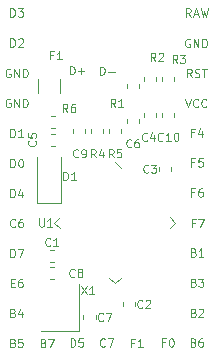
<source format=gto>
G04 #@! TF.GenerationSoftware,KiCad,Pcbnew,(5.1.6)-1*
G04 #@! TF.CreationDate,2020-10-17T23:14:51+08:00*
G04 #@! TF.ProjectId,Alvaro,416c7661-726f-42e6-9b69-6361645f7063,C*
G04 #@! TF.SameCoordinates,Original*
G04 #@! TF.FileFunction,Legend,Top*
G04 #@! TF.FilePolarity,Positive*
%FSLAX46Y46*%
G04 Gerber Fmt 4.6, Leading zero omitted, Abs format (unit mm)*
G04 Created by KiCad (PCBNEW (5.1.6)-1) date 2020-10-17 23:14:51*
%MOMM*%
%LPD*%
G01*
G04 APERTURE LIST*
%ADD10C,0.080000*%
%ADD11C,0.120000*%
G04 APERTURE END LIST*
D10*
X26883333Y-31241666D02*
X26883333Y-30541666D01*
X27050000Y-30541666D01*
X27150000Y-30575000D01*
X27216666Y-30641666D01*
X27250000Y-30708333D01*
X27283333Y-30841666D01*
X27283333Y-30941666D01*
X27250000Y-31075000D01*
X27216666Y-31141666D01*
X27150000Y-31208333D01*
X27050000Y-31241666D01*
X26883333Y-31241666D01*
X27583333Y-30975000D02*
X28116666Y-30975000D01*
X27850000Y-31241666D02*
X27850000Y-30708333D01*
X29433333Y-31266666D02*
X29433333Y-30566666D01*
X29600000Y-30566666D01*
X29700000Y-30600000D01*
X29766666Y-30666666D01*
X29800000Y-30733333D01*
X29833333Y-30866666D01*
X29833333Y-30966666D01*
X29800000Y-31100000D01*
X29766666Y-31166666D01*
X29700000Y-31233333D01*
X29600000Y-31266666D01*
X29433333Y-31266666D01*
X30133333Y-31000000D02*
X30666666Y-31000000D01*
X37416666Y-36149999D02*
X37183333Y-36149999D01*
X37183333Y-36516665D02*
X37183333Y-35816665D01*
X37516666Y-35816665D01*
X38083333Y-36049999D02*
X38083333Y-36516665D01*
X37916666Y-35783332D02*
X37750000Y-36283332D01*
X38183333Y-36283332D01*
X36641666Y-33316666D02*
X36875000Y-34016666D01*
X37108333Y-33316666D01*
X37741666Y-33950000D02*
X37708333Y-33983333D01*
X37608333Y-34016666D01*
X37541666Y-34016666D01*
X37441666Y-33983333D01*
X37375000Y-33916666D01*
X37341666Y-33850000D01*
X37308333Y-33716666D01*
X37308333Y-33616666D01*
X37341666Y-33483333D01*
X37375000Y-33416666D01*
X37441666Y-33350000D01*
X37541666Y-33316666D01*
X37608333Y-33316666D01*
X37708333Y-33350000D01*
X37741666Y-33383333D01*
X38441666Y-33950000D02*
X38408333Y-33983333D01*
X38308333Y-34016666D01*
X38241666Y-34016666D01*
X38141666Y-33983333D01*
X38075000Y-33916666D01*
X38041666Y-33850000D01*
X38008333Y-33716666D01*
X38008333Y-33616666D01*
X38041666Y-33483333D01*
X38075000Y-33416666D01*
X38141666Y-33350000D01*
X38241666Y-33316666D01*
X38308333Y-33316666D01*
X38408333Y-33350000D01*
X38441666Y-33383333D01*
X37191666Y-31466666D02*
X36958333Y-31133333D01*
X36791666Y-31466666D02*
X36791666Y-30766666D01*
X37058333Y-30766666D01*
X37125000Y-30800000D01*
X37158333Y-30833333D01*
X37191666Y-30900000D01*
X37191666Y-31000000D01*
X37158333Y-31066666D01*
X37125000Y-31100000D01*
X37058333Y-31133333D01*
X36791666Y-31133333D01*
X37458333Y-31433333D02*
X37558333Y-31466666D01*
X37725000Y-31466666D01*
X37791666Y-31433333D01*
X37825000Y-31400000D01*
X37858333Y-31333333D01*
X37858333Y-31266666D01*
X37825000Y-31200000D01*
X37791666Y-31166666D01*
X37725000Y-31133333D01*
X37591666Y-31100000D01*
X37525000Y-31066666D01*
X37491666Y-31033333D01*
X37458333Y-30966666D01*
X37458333Y-30900000D01*
X37491666Y-30833333D01*
X37525000Y-30800000D01*
X37591666Y-30766666D01*
X37758333Y-30766666D01*
X37858333Y-30800000D01*
X38058333Y-30766666D02*
X38458333Y-30766666D01*
X38258333Y-31466666D02*
X38258333Y-30766666D01*
X37416666Y-38675000D02*
X37183333Y-38675000D01*
X37183333Y-39041666D02*
X37183333Y-38341666D01*
X37516666Y-38341666D01*
X38116666Y-38341666D02*
X37783333Y-38341666D01*
X37750000Y-38675000D01*
X37783333Y-38641666D01*
X37850000Y-38608333D01*
X38016666Y-38608333D01*
X38083333Y-38641666D01*
X38116666Y-38675000D01*
X38150000Y-38741666D01*
X38150000Y-38908333D01*
X38116666Y-38975000D01*
X38083333Y-39008333D01*
X38016666Y-39041666D01*
X37850000Y-39041666D01*
X37783333Y-39008333D01*
X37750000Y-38975000D01*
X37041666Y-28275000D02*
X36975000Y-28241666D01*
X36875000Y-28241666D01*
X36775000Y-28275000D01*
X36708333Y-28341666D01*
X36675000Y-28408333D01*
X36641666Y-28541666D01*
X36641666Y-28641666D01*
X36675000Y-28775000D01*
X36708333Y-28841666D01*
X36775000Y-28908333D01*
X36875000Y-28941666D01*
X36941666Y-28941666D01*
X37041666Y-28908333D01*
X37075000Y-28875000D01*
X37075000Y-28641666D01*
X36941666Y-28641666D01*
X37375000Y-28941666D02*
X37375000Y-28241666D01*
X37775000Y-28941666D01*
X37775000Y-28241666D01*
X38108333Y-28941666D02*
X38108333Y-28241666D01*
X38275000Y-28241666D01*
X38375000Y-28275000D01*
X38441666Y-28341666D01*
X38475000Y-28408333D01*
X38508333Y-28541666D01*
X38508333Y-28641666D01*
X38475000Y-28775000D01*
X38441666Y-28841666D01*
X38375000Y-28908333D01*
X38275000Y-28941666D01*
X38108333Y-28941666D01*
X37121666Y-26341666D02*
X36888333Y-26008333D01*
X36721666Y-26341666D02*
X36721666Y-25641666D01*
X36988333Y-25641666D01*
X37055000Y-25675000D01*
X37088333Y-25708333D01*
X37121666Y-25775000D01*
X37121666Y-25875000D01*
X37088333Y-25941666D01*
X37055000Y-25975000D01*
X36988333Y-26008333D01*
X36721666Y-26008333D01*
X37388333Y-26141666D02*
X37721666Y-26141666D01*
X37321666Y-26341666D02*
X37555000Y-25641666D01*
X37788333Y-26341666D01*
X37955000Y-25641666D02*
X38121666Y-26341666D01*
X38255000Y-25841666D01*
X38388333Y-26341666D01*
X38555000Y-25641666D01*
X37441666Y-43775000D02*
X37208333Y-43775000D01*
X37208333Y-44141666D02*
X37208333Y-43441666D01*
X37541666Y-43441666D01*
X37741666Y-43441666D02*
X38208333Y-43441666D01*
X37908333Y-44141666D01*
X37366666Y-46300000D02*
X37466666Y-46333333D01*
X37500000Y-46366666D01*
X37533333Y-46433333D01*
X37533333Y-46533333D01*
X37500000Y-46600000D01*
X37466666Y-46633333D01*
X37400000Y-46666666D01*
X37133333Y-46666666D01*
X37133333Y-45966666D01*
X37366666Y-45966666D01*
X37433333Y-46000000D01*
X37466666Y-46033333D01*
X37500000Y-46100000D01*
X37500000Y-46166666D01*
X37466666Y-46233333D01*
X37433333Y-46266666D01*
X37366666Y-46300000D01*
X37133333Y-46300000D01*
X38200000Y-46666666D02*
X37800000Y-46666666D01*
X38000000Y-46666666D02*
X38000000Y-45966666D01*
X37933333Y-46066666D01*
X37866666Y-46133333D01*
X37800000Y-46166666D01*
X37341666Y-53925000D02*
X37441666Y-53958333D01*
X37475000Y-53991666D01*
X37508333Y-54058333D01*
X37508333Y-54158333D01*
X37475000Y-54225000D01*
X37441666Y-54258333D01*
X37375000Y-54291666D01*
X37108333Y-54291666D01*
X37108333Y-53591666D01*
X37341666Y-53591666D01*
X37408333Y-53625000D01*
X37441666Y-53658333D01*
X37475000Y-53725000D01*
X37475000Y-53791666D01*
X37441666Y-53858333D01*
X37408333Y-53891666D01*
X37341666Y-53925000D01*
X37108333Y-53925000D01*
X38108333Y-53591666D02*
X37975000Y-53591666D01*
X37908333Y-53625000D01*
X37875000Y-53658333D01*
X37808333Y-53758333D01*
X37775000Y-53891666D01*
X37775000Y-54158333D01*
X37808333Y-54225000D01*
X37841666Y-54258333D01*
X37908333Y-54291666D01*
X38041666Y-54291666D01*
X38108333Y-54258333D01*
X38141666Y-54225000D01*
X38175000Y-54158333D01*
X38175000Y-53991666D01*
X38141666Y-53925000D01*
X38108333Y-53891666D01*
X38041666Y-53858333D01*
X37908333Y-53858333D01*
X37841666Y-53891666D01*
X37808333Y-53925000D01*
X37775000Y-53991666D01*
X37366666Y-51400000D02*
X37466666Y-51433333D01*
X37500000Y-51466666D01*
X37533333Y-51533333D01*
X37533333Y-51633333D01*
X37500000Y-51700000D01*
X37466666Y-51733333D01*
X37400000Y-51766666D01*
X37133333Y-51766666D01*
X37133333Y-51066666D01*
X37366666Y-51066666D01*
X37433333Y-51100000D01*
X37466666Y-51133333D01*
X37500000Y-51200000D01*
X37500000Y-51266666D01*
X37466666Y-51333333D01*
X37433333Y-51366666D01*
X37366666Y-51400000D01*
X37133333Y-51400000D01*
X37800000Y-51133333D02*
X37833333Y-51100000D01*
X37900000Y-51066666D01*
X38066666Y-51066666D01*
X38133333Y-51100000D01*
X38166666Y-51133333D01*
X38200000Y-51200000D01*
X38200000Y-51266666D01*
X38166666Y-51366666D01*
X37766666Y-51766666D01*
X38200000Y-51766666D01*
X37366666Y-48850001D02*
X37466666Y-48883334D01*
X37500000Y-48916667D01*
X37533333Y-48983334D01*
X37533333Y-49083334D01*
X37500000Y-49150001D01*
X37466666Y-49183334D01*
X37400000Y-49216667D01*
X37133333Y-49216667D01*
X37133333Y-48516667D01*
X37366666Y-48516667D01*
X37433333Y-48550001D01*
X37466666Y-48583334D01*
X37500000Y-48650001D01*
X37500000Y-48716667D01*
X37466666Y-48783334D01*
X37433333Y-48816667D01*
X37366666Y-48850001D01*
X37133333Y-48850001D01*
X37766666Y-48516667D02*
X38200000Y-48516667D01*
X37966666Y-48783334D01*
X38066666Y-48783334D01*
X38133333Y-48816667D01*
X38166666Y-48850001D01*
X38200000Y-48916667D01*
X38200000Y-49083334D01*
X38166666Y-49150001D01*
X38133333Y-49183334D01*
X38066666Y-49216667D01*
X37866666Y-49216667D01*
X37800000Y-49183334D01*
X37766666Y-49150001D01*
X37416666Y-41224999D02*
X37183333Y-41224999D01*
X37183333Y-41591665D02*
X37183333Y-40891665D01*
X37516666Y-40891665D01*
X38083333Y-40891665D02*
X37950000Y-40891665D01*
X37883333Y-40924999D01*
X37850000Y-40958332D01*
X37783333Y-41058332D01*
X37750000Y-41191665D01*
X37750000Y-41458332D01*
X37783333Y-41524999D01*
X37816666Y-41558332D01*
X37883333Y-41591665D01*
X38016666Y-41591665D01*
X38083333Y-41558332D01*
X38116666Y-41524999D01*
X38150000Y-41458332D01*
X38150000Y-41291665D01*
X38116666Y-41224999D01*
X38083333Y-41191665D01*
X38016666Y-41158332D01*
X37883333Y-41158332D01*
X37816666Y-41191665D01*
X37783333Y-41224999D01*
X37750000Y-41291665D01*
X34941666Y-53925000D02*
X34708333Y-53925000D01*
X34708333Y-54291666D02*
X34708333Y-53591666D01*
X35041666Y-53591666D01*
X35441666Y-53591666D02*
X35508333Y-53591666D01*
X35575000Y-53625000D01*
X35608333Y-53658333D01*
X35641666Y-53725000D01*
X35675000Y-53858333D01*
X35675000Y-54025000D01*
X35641666Y-54158333D01*
X35608333Y-54225000D01*
X35575000Y-54258333D01*
X35508333Y-54291666D01*
X35441666Y-54291666D01*
X35375000Y-54258333D01*
X35341666Y-54225000D01*
X35308333Y-54158333D01*
X35275000Y-54025000D01*
X35275000Y-53858333D01*
X35308333Y-53725000D01*
X35341666Y-53658333D01*
X35375000Y-53625000D01*
X35441666Y-53591666D01*
X32306666Y-53950000D02*
X32073333Y-53950000D01*
X32073333Y-54316666D02*
X32073333Y-53616666D01*
X32406666Y-53616666D01*
X33040000Y-54316666D02*
X32640000Y-54316666D01*
X32840000Y-54316666D02*
X32840000Y-53616666D01*
X32773333Y-53716666D01*
X32706666Y-53783333D01*
X32640000Y-53816666D01*
X29858333Y-54225000D02*
X29825000Y-54258333D01*
X29725000Y-54291666D01*
X29658333Y-54291666D01*
X29558333Y-54258333D01*
X29491666Y-54191666D01*
X29458333Y-54125000D01*
X29425000Y-53991666D01*
X29425000Y-53891666D01*
X29458333Y-53758333D01*
X29491666Y-53691666D01*
X29558333Y-53625000D01*
X29658333Y-53591666D01*
X29725000Y-53591666D01*
X29825000Y-53625000D01*
X29858333Y-53658333D01*
X30091666Y-53591666D02*
X30558333Y-53591666D01*
X30258333Y-54291666D01*
X26943333Y-54291666D02*
X26943333Y-53591666D01*
X27110000Y-53591666D01*
X27210000Y-53625000D01*
X27276666Y-53691666D01*
X27310000Y-53758333D01*
X27343333Y-53891666D01*
X27343333Y-53991666D01*
X27310000Y-54125000D01*
X27276666Y-54191666D01*
X27210000Y-54258333D01*
X27110000Y-54291666D01*
X26943333Y-54291666D01*
X27976666Y-53591666D02*
X27643333Y-53591666D01*
X27610000Y-53925000D01*
X27643333Y-53891666D01*
X27710000Y-53858333D01*
X27876666Y-53858333D01*
X27943333Y-53891666D01*
X27976666Y-53925000D01*
X28010000Y-53991666D01*
X28010000Y-54158333D01*
X27976666Y-54225000D01*
X27943333Y-54258333D01*
X27876666Y-54291666D01*
X27710000Y-54291666D01*
X27643333Y-54258333D01*
X27610000Y-54225000D01*
X24641666Y-53950000D02*
X24741666Y-53983333D01*
X24775000Y-54016666D01*
X24808333Y-54083333D01*
X24808333Y-54183333D01*
X24775000Y-54250000D01*
X24741666Y-54283333D01*
X24675000Y-54316666D01*
X24408333Y-54316666D01*
X24408333Y-53616666D01*
X24641666Y-53616666D01*
X24708333Y-53650000D01*
X24741666Y-53683333D01*
X24775000Y-53750000D01*
X24775000Y-53816666D01*
X24741666Y-53883333D01*
X24708333Y-53916666D01*
X24641666Y-53950000D01*
X24408333Y-53950000D01*
X25041666Y-53616666D02*
X25508333Y-53616666D01*
X25208333Y-54316666D01*
X21858333Y-39091666D02*
X21858333Y-38391666D01*
X22025000Y-38391666D01*
X22125000Y-38425000D01*
X22191666Y-38491666D01*
X22225000Y-38558333D01*
X22258333Y-38691666D01*
X22258333Y-38791666D01*
X22225000Y-38925000D01*
X22191666Y-38991666D01*
X22125000Y-39058333D01*
X22025000Y-39091666D01*
X21858333Y-39091666D01*
X22691666Y-38391666D02*
X22758333Y-38391666D01*
X22825000Y-38425000D01*
X22858333Y-38458333D01*
X22891666Y-38525000D01*
X22925000Y-38658333D01*
X22925000Y-38825000D01*
X22891666Y-38958333D01*
X22858333Y-39025000D01*
X22825000Y-39058333D01*
X22758333Y-39091666D01*
X22691666Y-39091666D01*
X22625000Y-39058333D01*
X22591666Y-39025000D01*
X22558333Y-38958333D01*
X22525000Y-38825000D01*
X22525000Y-38658333D01*
X22558333Y-38525000D01*
X22591666Y-38458333D01*
X22625000Y-38425000D01*
X22691666Y-38391666D01*
X22258333Y-44100000D02*
X22225000Y-44133333D01*
X22125000Y-44166666D01*
X22058333Y-44166666D01*
X21958333Y-44133333D01*
X21891666Y-44066666D01*
X21858333Y-44000000D01*
X21825000Y-43866666D01*
X21825000Y-43766666D01*
X21858333Y-43633333D01*
X21891666Y-43566666D01*
X21958333Y-43500000D01*
X22058333Y-43466666D01*
X22125000Y-43466666D01*
X22225000Y-43500000D01*
X22258333Y-43533333D01*
X22858333Y-43466666D02*
X22725000Y-43466666D01*
X22658333Y-43500000D01*
X22625000Y-43533333D01*
X22558333Y-43633333D01*
X22525000Y-43766666D01*
X22525000Y-44033333D01*
X22558333Y-44100000D01*
X22591666Y-44133333D01*
X22658333Y-44166666D01*
X22791666Y-44166666D01*
X22858333Y-44133333D01*
X22891666Y-44100000D01*
X22925000Y-44033333D01*
X22925000Y-43866666D01*
X22891666Y-43800000D01*
X22858333Y-43766666D01*
X22791666Y-43733333D01*
X22658333Y-43733333D01*
X22591666Y-43766666D01*
X22558333Y-43800000D01*
X22525000Y-43866666D01*
X21858333Y-46716666D02*
X21858333Y-46016666D01*
X22025000Y-46016666D01*
X22125000Y-46050000D01*
X22191666Y-46116666D01*
X22225000Y-46183333D01*
X22258333Y-46316666D01*
X22258333Y-46416666D01*
X22225000Y-46550000D01*
X22191666Y-46616666D01*
X22125000Y-46683333D01*
X22025000Y-46716666D01*
X21858333Y-46716666D01*
X22491666Y-46016666D02*
X22958333Y-46016666D01*
X22658333Y-46716666D01*
X22066667Y-53949998D02*
X22166667Y-53983331D01*
X22200001Y-54016664D01*
X22233334Y-54083331D01*
X22233334Y-54183331D01*
X22200001Y-54249998D01*
X22166667Y-54283331D01*
X22100001Y-54316664D01*
X21833334Y-54316664D01*
X21833334Y-53616664D01*
X22066667Y-53616664D01*
X22133334Y-53649998D01*
X22166667Y-53683331D01*
X22200001Y-53749998D01*
X22200001Y-53816664D01*
X22166667Y-53883331D01*
X22133334Y-53916664D01*
X22066667Y-53949998D01*
X21833334Y-53949998D01*
X22866667Y-53616664D02*
X22533334Y-53616664D01*
X22500001Y-53949998D01*
X22533334Y-53916664D01*
X22600001Y-53883331D01*
X22766667Y-53883331D01*
X22833334Y-53916664D01*
X22866667Y-53949998D01*
X22900001Y-54016664D01*
X22900001Y-54183331D01*
X22866667Y-54249998D01*
X22833334Y-54283331D01*
X22766667Y-54316664D01*
X22600001Y-54316664D01*
X22533334Y-54283331D01*
X22500001Y-54249998D01*
X21891666Y-48875000D02*
X22125000Y-48875000D01*
X22225000Y-49241666D02*
X21891666Y-49241666D01*
X21891666Y-48541666D01*
X22225000Y-48541666D01*
X22825000Y-48541666D02*
X22691666Y-48541666D01*
X22625000Y-48575000D01*
X22591666Y-48608333D01*
X22525000Y-48708333D01*
X22491666Y-48841666D01*
X22491666Y-49108333D01*
X22525000Y-49175000D01*
X22558333Y-49208333D01*
X22625000Y-49241666D01*
X22758333Y-49241666D01*
X22825000Y-49208333D01*
X22858333Y-49175000D01*
X22891666Y-49108333D01*
X22891666Y-48941666D01*
X22858333Y-48875000D01*
X22825000Y-48841666D01*
X22758333Y-48808333D01*
X22625000Y-48808333D01*
X22558333Y-48841666D01*
X22525000Y-48875000D01*
X22491666Y-48941666D01*
X21858333Y-28891666D02*
X21858333Y-28191666D01*
X22025000Y-28191666D01*
X22125000Y-28225000D01*
X22191666Y-28291666D01*
X22225000Y-28358333D01*
X22258333Y-28491666D01*
X22258333Y-28591666D01*
X22225000Y-28725000D01*
X22191666Y-28791666D01*
X22125000Y-28858333D01*
X22025000Y-28891666D01*
X21858333Y-28891666D01*
X22525000Y-28258333D02*
X22558333Y-28225000D01*
X22625000Y-28191666D01*
X22791666Y-28191666D01*
X22858333Y-28225000D01*
X22891666Y-28258333D01*
X22925000Y-28325000D01*
X22925000Y-28391666D01*
X22891666Y-28491666D01*
X22491666Y-28891666D01*
X22925000Y-28891666D01*
X22091666Y-51424998D02*
X22191666Y-51458331D01*
X22225000Y-51491664D01*
X22258333Y-51558331D01*
X22258333Y-51658331D01*
X22225000Y-51724998D01*
X22191666Y-51758331D01*
X22125000Y-51791664D01*
X21858333Y-51791664D01*
X21858333Y-51091664D01*
X22091666Y-51091664D01*
X22158333Y-51124998D01*
X22191666Y-51158331D01*
X22225000Y-51224998D01*
X22225000Y-51291664D01*
X22191666Y-51358331D01*
X22158333Y-51391664D01*
X22091666Y-51424998D01*
X21858333Y-51424998D01*
X22858333Y-51324998D02*
X22858333Y-51791664D01*
X22691666Y-51058331D02*
X22525000Y-51558331D01*
X22958333Y-51558331D01*
X21858334Y-26341666D02*
X21858334Y-25641666D01*
X22025001Y-25641666D01*
X22125001Y-25675000D01*
X22191667Y-25741666D01*
X22225001Y-25808333D01*
X22258334Y-25941666D01*
X22258334Y-26041666D01*
X22225001Y-26175000D01*
X22191667Y-26241666D01*
X22125001Y-26308333D01*
X22025001Y-26341666D01*
X21858334Y-26341666D01*
X22491667Y-25641666D02*
X22925001Y-25641666D01*
X22691667Y-25908333D01*
X22791667Y-25908333D01*
X22858334Y-25941666D01*
X22891667Y-25975000D01*
X22925001Y-26041666D01*
X22925001Y-26208333D01*
X22891667Y-26275000D01*
X22858334Y-26308333D01*
X22791667Y-26341666D01*
X22591667Y-26341666D01*
X22525001Y-26308333D01*
X22491667Y-26275000D01*
X21841666Y-33325000D02*
X21775000Y-33291666D01*
X21675000Y-33291666D01*
X21575000Y-33325000D01*
X21508333Y-33391666D01*
X21475000Y-33458333D01*
X21441666Y-33591666D01*
X21441666Y-33691666D01*
X21475000Y-33825000D01*
X21508333Y-33891666D01*
X21575000Y-33958333D01*
X21675000Y-33991666D01*
X21741666Y-33991666D01*
X21841666Y-33958333D01*
X21875000Y-33925000D01*
X21875000Y-33691666D01*
X21741666Y-33691666D01*
X22175000Y-33991666D02*
X22175000Y-33291666D01*
X22575000Y-33991666D01*
X22575000Y-33291666D01*
X22908333Y-33991666D02*
X22908333Y-33291666D01*
X23075000Y-33291666D01*
X23175000Y-33325000D01*
X23241666Y-33391666D01*
X23275000Y-33458333D01*
X23308333Y-33591666D01*
X23308333Y-33691666D01*
X23275000Y-33825000D01*
X23241666Y-33891666D01*
X23175000Y-33958333D01*
X23075000Y-33991666D01*
X22908333Y-33991666D01*
X21858335Y-36541665D02*
X21858335Y-35841665D01*
X22025002Y-35841665D01*
X22125002Y-35874999D01*
X22191668Y-35941665D01*
X22225002Y-36008332D01*
X22258335Y-36141665D01*
X22258335Y-36241665D01*
X22225002Y-36374999D01*
X22191668Y-36441665D01*
X22125002Y-36508332D01*
X22025002Y-36541665D01*
X21858335Y-36541665D01*
X22925002Y-36541665D02*
X22525002Y-36541665D01*
X22725002Y-36541665D02*
X22725002Y-35841665D01*
X22658335Y-35941665D01*
X22591668Y-36008332D01*
X22525002Y-36041665D01*
X21858333Y-41641664D02*
X21858333Y-40941664D01*
X22025000Y-40941664D01*
X22125000Y-40974998D01*
X22191666Y-41041664D01*
X22225000Y-41108331D01*
X22258333Y-41241664D01*
X22258333Y-41341664D01*
X22225000Y-41474998D01*
X22191666Y-41541664D01*
X22125000Y-41608331D01*
X22025000Y-41641664D01*
X21858333Y-41641664D01*
X22858333Y-41174998D02*
X22858333Y-41641664D01*
X22691666Y-40908331D02*
X22525000Y-41408331D01*
X22958333Y-41408331D01*
X21841666Y-30800000D02*
X21775000Y-30766666D01*
X21675000Y-30766666D01*
X21575000Y-30800000D01*
X21508333Y-30866666D01*
X21475000Y-30933333D01*
X21441666Y-31066666D01*
X21441666Y-31166666D01*
X21475000Y-31300000D01*
X21508333Y-31366666D01*
X21575000Y-31433333D01*
X21675000Y-31466666D01*
X21741666Y-31466666D01*
X21841666Y-31433333D01*
X21875000Y-31400000D01*
X21875000Y-31166666D01*
X21741666Y-31166666D01*
X22175000Y-31466666D02*
X22175000Y-30766666D01*
X22575000Y-31466666D01*
X22575000Y-30766666D01*
X22908333Y-31466666D02*
X22908333Y-30766666D01*
X23075000Y-30766666D01*
X23175000Y-30800000D01*
X23241666Y-30866666D01*
X23275000Y-30933333D01*
X23308333Y-31066666D01*
X23308333Y-31166666D01*
X23275000Y-31300000D01*
X23241666Y-31366666D01*
X23175000Y-31433333D01*
X23075000Y-31466666D01*
X22908333Y-31466666D01*
X25612779Y-36240000D02*
X25287221Y-36240000D01*
X25612779Y-37260000D02*
X25287221Y-37260000D01*
X34690000Y-34812779D02*
X34690000Y-34487221D01*
X35710000Y-34812779D02*
X35710000Y-34487221D01*
D11*
X24190000Y-32802064D02*
X24190000Y-31597936D01*
X26010000Y-32802064D02*
X26010000Y-31597936D01*
X24100000Y-42100000D02*
X26100000Y-42100000D01*
X26100000Y-42100000D02*
X26100000Y-38200000D01*
X24100000Y-42100000D02*
X24100000Y-38200000D01*
D10*
X30700000Y-48919453D02*
X31173762Y-48445692D01*
X30700000Y-48919453D02*
X30226238Y-48445692D01*
X35819453Y-43800000D02*
X35345692Y-44273762D01*
X35819453Y-43800000D02*
X35345692Y-43326238D01*
X25580547Y-43800000D02*
X26054308Y-44273762D01*
X25580547Y-43800000D02*
X26054308Y-43326238D01*
X30700000Y-38680547D02*
X31173762Y-39154308D01*
X25287221Y-35760000D02*
X25612779Y-35760000D01*
X25287221Y-34740000D02*
X25612779Y-34740000D01*
X30190000Y-36162779D02*
X30190000Y-35837221D01*
X31210000Y-36162779D02*
X31210000Y-35837221D01*
X28690000Y-36162779D02*
X28690000Y-35837221D01*
X29710000Y-36162779D02*
X29710000Y-35837221D01*
X34690000Y-31487221D02*
X34690000Y-31812779D01*
X35710000Y-31487221D02*
X35710000Y-31812779D01*
X34210000Y-31812779D02*
X34210000Y-31487221D01*
X33190000Y-31812779D02*
X33190000Y-31487221D01*
X31690000Y-32362779D02*
X31690000Y-32037221D01*
X32710000Y-32362779D02*
X32710000Y-32037221D01*
X27190000Y-36162779D02*
X27190000Y-35837221D01*
X28210000Y-36162779D02*
X28210000Y-35837221D01*
X25187221Y-47565000D02*
X25512779Y-47565000D01*
X25187221Y-48585000D02*
X25512779Y-48585000D01*
X29060000Y-51962779D02*
X29060000Y-51637221D01*
X28040000Y-51962779D02*
X28040000Y-51637221D01*
X31690000Y-35362779D02*
X31690000Y-35037221D01*
X32710000Y-35362779D02*
X32710000Y-35037221D01*
X33190000Y-34812779D02*
X33190000Y-34487221D01*
X34210000Y-34812779D02*
X34210000Y-34487221D01*
X34440000Y-39087221D02*
X34440000Y-39412779D01*
X35460000Y-39087221D02*
X35460000Y-39412779D01*
X31415000Y-50537221D02*
X31415000Y-50862779D01*
X32435000Y-50537221D02*
X32435000Y-50862779D01*
X25512779Y-46065000D02*
X25187221Y-46065000D01*
X25512779Y-47085000D02*
X25187221Y-47085000D01*
X27650000Y-53000000D02*
X27650000Y-49000000D01*
X24450000Y-53000000D02*
X27650000Y-53000000D01*
X23975000Y-36866666D02*
X24008333Y-36900000D01*
X24041666Y-37000000D01*
X24041666Y-37066666D01*
X24008333Y-37166666D01*
X23941666Y-37233333D01*
X23875000Y-37266666D01*
X23741666Y-37300000D01*
X23641666Y-37300000D01*
X23508333Y-37266666D01*
X23441666Y-37233333D01*
X23375000Y-37166666D01*
X23341666Y-37066666D01*
X23341666Y-37000000D01*
X23375000Y-36900000D01*
X23408333Y-36866666D01*
X23341666Y-36233333D02*
X23341666Y-36566666D01*
X23675000Y-36600000D01*
X23641666Y-36566666D01*
X23608333Y-36500000D01*
X23608333Y-36333333D01*
X23641666Y-36266666D01*
X23675000Y-36233333D01*
X23741666Y-36200000D01*
X23908333Y-36200000D01*
X23975000Y-36233333D01*
X24008333Y-36266666D01*
X24041666Y-36333333D01*
X24041666Y-36500000D01*
X24008333Y-36566666D01*
X23975000Y-36600000D01*
X34750000Y-36800000D02*
X34716666Y-36833333D01*
X34616666Y-36866666D01*
X34550000Y-36866666D01*
X34450000Y-36833333D01*
X34383333Y-36766666D01*
X34350000Y-36700000D01*
X34316666Y-36566666D01*
X34316666Y-36466666D01*
X34350000Y-36333333D01*
X34383333Y-36266666D01*
X34450000Y-36200000D01*
X34550000Y-36166666D01*
X34616666Y-36166666D01*
X34716666Y-36200000D01*
X34750000Y-36233333D01*
X35416666Y-36866666D02*
X35016666Y-36866666D01*
X35216666Y-36866666D02*
X35216666Y-36166666D01*
X35150000Y-36266666D01*
X35083333Y-36333333D01*
X35016666Y-36366666D01*
X35850000Y-36166666D02*
X35916666Y-36166666D01*
X35983333Y-36200000D01*
X36016666Y-36233333D01*
X36050000Y-36300000D01*
X36083333Y-36433333D01*
X36083333Y-36600000D01*
X36050000Y-36733333D01*
X36016666Y-36800000D01*
X35983333Y-36833333D01*
X35916666Y-36866666D01*
X35850000Y-36866666D01*
X35783333Y-36833333D01*
X35750000Y-36800000D01*
X35716666Y-36733333D01*
X35683333Y-36600000D01*
X35683333Y-36433333D01*
X35716666Y-36300000D01*
X35750000Y-36233333D01*
X35783333Y-36200000D01*
X35850000Y-36166666D01*
X25466666Y-29600000D02*
X25233333Y-29600000D01*
X25233333Y-29966666D02*
X25233333Y-29266666D01*
X25566666Y-29266666D01*
X26200000Y-29966666D02*
X25800000Y-29966666D01*
X26000000Y-29966666D02*
X26000000Y-29266666D01*
X25933333Y-29366666D01*
X25866666Y-29433333D01*
X25800000Y-29466666D01*
X26333333Y-40166666D02*
X26333333Y-39466666D01*
X26500000Y-39466666D01*
X26600000Y-39500000D01*
X26666666Y-39566666D01*
X26700000Y-39633333D01*
X26733333Y-39766666D01*
X26733333Y-39866666D01*
X26700000Y-40000000D01*
X26666666Y-40066666D01*
X26600000Y-40133333D01*
X26500000Y-40166666D01*
X26333333Y-40166666D01*
X27400000Y-40166666D02*
X27000000Y-40166666D01*
X27200000Y-40166666D02*
X27200000Y-39466666D01*
X27133333Y-39566666D01*
X27066666Y-39633333D01*
X27000000Y-39666666D01*
X24291666Y-43416666D02*
X24291666Y-43983333D01*
X24325000Y-44050000D01*
X24358333Y-44083333D01*
X24425000Y-44116666D01*
X24558333Y-44116666D01*
X24625000Y-44083333D01*
X24658333Y-44050000D01*
X24691666Y-43983333D01*
X24691666Y-43416666D01*
X25391666Y-44116666D02*
X24991666Y-44116666D01*
X25191666Y-44116666D02*
X25191666Y-43416666D01*
X25125000Y-43516666D01*
X25058333Y-43583333D01*
X24991666Y-43616666D01*
X26683333Y-34416666D02*
X26450000Y-34083333D01*
X26283333Y-34416666D02*
X26283333Y-33716666D01*
X26550000Y-33716666D01*
X26616666Y-33750000D01*
X26650000Y-33783333D01*
X26683333Y-33850000D01*
X26683333Y-33950000D01*
X26650000Y-34016666D01*
X26616666Y-34050000D01*
X26550000Y-34083333D01*
X26283333Y-34083333D01*
X27283333Y-33716666D02*
X27150000Y-33716666D01*
X27083333Y-33750000D01*
X27050000Y-33783333D01*
X26983333Y-33883333D01*
X26950000Y-34016666D01*
X26950000Y-34283333D01*
X26983333Y-34350000D01*
X27016666Y-34383333D01*
X27083333Y-34416666D01*
X27216666Y-34416666D01*
X27283333Y-34383333D01*
X27316666Y-34350000D01*
X27350000Y-34283333D01*
X27350000Y-34116666D01*
X27316666Y-34050000D01*
X27283333Y-34016666D01*
X27216666Y-33983333D01*
X27083333Y-33983333D01*
X27016666Y-34016666D01*
X26983333Y-34050000D01*
X26950000Y-34116666D01*
X30583333Y-38266666D02*
X30350000Y-37933333D01*
X30183333Y-38266666D02*
X30183333Y-37566666D01*
X30450000Y-37566666D01*
X30516666Y-37600000D01*
X30550000Y-37633333D01*
X30583333Y-37700000D01*
X30583333Y-37800000D01*
X30550000Y-37866666D01*
X30516666Y-37900000D01*
X30450000Y-37933333D01*
X30183333Y-37933333D01*
X31216666Y-37566666D02*
X30883333Y-37566666D01*
X30850000Y-37900000D01*
X30883333Y-37866666D01*
X30950000Y-37833333D01*
X31116666Y-37833333D01*
X31183333Y-37866666D01*
X31216666Y-37900000D01*
X31250000Y-37966666D01*
X31250000Y-38133333D01*
X31216666Y-38200000D01*
X31183333Y-38233333D01*
X31116666Y-38266666D01*
X30950000Y-38266666D01*
X30883333Y-38233333D01*
X30850000Y-38200000D01*
X29083333Y-38266666D02*
X28850000Y-37933333D01*
X28683333Y-38266666D02*
X28683333Y-37566666D01*
X28950000Y-37566666D01*
X29016666Y-37600000D01*
X29050000Y-37633333D01*
X29083333Y-37700000D01*
X29083333Y-37800000D01*
X29050000Y-37866666D01*
X29016666Y-37900000D01*
X28950000Y-37933333D01*
X28683333Y-37933333D01*
X29683333Y-37800000D02*
X29683333Y-38266666D01*
X29516666Y-37533333D02*
X29350000Y-38033333D01*
X29783333Y-38033333D01*
X35983333Y-30266666D02*
X35750000Y-29933333D01*
X35583333Y-30266666D02*
X35583333Y-29566666D01*
X35850000Y-29566666D01*
X35916666Y-29600000D01*
X35950000Y-29633333D01*
X35983333Y-29700000D01*
X35983333Y-29800000D01*
X35950000Y-29866666D01*
X35916666Y-29900000D01*
X35850000Y-29933333D01*
X35583333Y-29933333D01*
X36216666Y-29566666D02*
X36650000Y-29566666D01*
X36416666Y-29833333D01*
X36516666Y-29833333D01*
X36583333Y-29866666D01*
X36616666Y-29900000D01*
X36650000Y-29966666D01*
X36650000Y-30133333D01*
X36616666Y-30200000D01*
X36583333Y-30233333D01*
X36516666Y-30266666D01*
X36316666Y-30266666D01*
X36250000Y-30233333D01*
X36216666Y-30200000D01*
X34133333Y-30116666D02*
X33900000Y-29783333D01*
X33733333Y-30116666D02*
X33733333Y-29416666D01*
X34000000Y-29416666D01*
X34066666Y-29450000D01*
X34100000Y-29483333D01*
X34133333Y-29550000D01*
X34133333Y-29650000D01*
X34100000Y-29716666D01*
X34066666Y-29750000D01*
X34000000Y-29783333D01*
X33733333Y-29783333D01*
X34400000Y-29483333D02*
X34433333Y-29450000D01*
X34500000Y-29416666D01*
X34666666Y-29416666D01*
X34733333Y-29450000D01*
X34766666Y-29483333D01*
X34800000Y-29550000D01*
X34800000Y-29616666D01*
X34766666Y-29716666D01*
X34366666Y-30116666D01*
X34800000Y-30116666D01*
X30733333Y-34016666D02*
X30500000Y-33683333D01*
X30333333Y-34016666D02*
X30333333Y-33316666D01*
X30600000Y-33316666D01*
X30666666Y-33350000D01*
X30700000Y-33383333D01*
X30733333Y-33450000D01*
X30733333Y-33550000D01*
X30700000Y-33616666D01*
X30666666Y-33650000D01*
X30600000Y-33683333D01*
X30333333Y-33683333D01*
X31400000Y-34016666D02*
X31000000Y-34016666D01*
X31200000Y-34016666D02*
X31200000Y-33316666D01*
X31133333Y-33416666D01*
X31066666Y-33483333D01*
X31000000Y-33516666D01*
X27583333Y-38200000D02*
X27550000Y-38233333D01*
X27450000Y-38266666D01*
X27383333Y-38266666D01*
X27283333Y-38233333D01*
X27216666Y-38166666D01*
X27183333Y-38100000D01*
X27150000Y-37966666D01*
X27150000Y-37866666D01*
X27183333Y-37733333D01*
X27216666Y-37666666D01*
X27283333Y-37600000D01*
X27383333Y-37566666D01*
X27450000Y-37566666D01*
X27550000Y-37600000D01*
X27583333Y-37633333D01*
X27916666Y-38266666D02*
X28050000Y-38266666D01*
X28116666Y-38233333D01*
X28150000Y-38200000D01*
X28216666Y-38100000D01*
X28250000Y-37966666D01*
X28250000Y-37700000D01*
X28216666Y-37633333D01*
X28183333Y-37600000D01*
X28116666Y-37566666D01*
X27983333Y-37566666D01*
X27916666Y-37600000D01*
X27883333Y-37633333D01*
X27850000Y-37700000D01*
X27850000Y-37866666D01*
X27883333Y-37933333D01*
X27916666Y-37966666D01*
X27983333Y-38000000D01*
X28116666Y-38000000D01*
X28183333Y-37966666D01*
X28216666Y-37933333D01*
X28250000Y-37866666D01*
X27283333Y-48325000D02*
X27250000Y-48358333D01*
X27150000Y-48391666D01*
X27083333Y-48391666D01*
X26983333Y-48358333D01*
X26916666Y-48291666D01*
X26883333Y-48225000D01*
X26850000Y-48091666D01*
X26850000Y-47991666D01*
X26883333Y-47858333D01*
X26916666Y-47791666D01*
X26983333Y-47725000D01*
X27083333Y-47691666D01*
X27150000Y-47691666D01*
X27250000Y-47725000D01*
X27283333Y-47758333D01*
X27683333Y-47991666D02*
X27616666Y-47958333D01*
X27583333Y-47925000D01*
X27550000Y-47858333D01*
X27550000Y-47825000D01*
X27583333Y-47758333D01*
X27616666Y-47725000D01*
X27683333Y-47691666D01*
X27816666Y-47691666D01*
X27883333Y-47725000D01*
X27916666Y-47758333D01*
X27950000Y-47825000D01*
X27950000Y-47858333D01*
X27916666Y-47925000D01*
X27883333Y-47958333D01*
X27816666Y-47991666D01*
X27683333Y-47991666D01*
X27616666Y-48025000D01*
X27583333Y-48058333D01*
X27550000Y-48125000D01*
X27550000Y-48258333D01*
X27583333Y-48325000D01*
X27616666Y-48358333D01*
X27683333Y-48391666D01*
X27816666Y-48391666D01*
X27883333Y-48358333D01*
X27916666Y-48325000D01*
X27950000Y-48258333D01*
X27950000Y-48125000D01*
X27916666Y-48058333D01*
X27883333Y-48025000D01*
X27816666Y-47991666D01*
X29683333Y-52050000D02*
X29650000Y-52083333D01*
X29550000Y-52116666D01*
X29483333Y-52116666D01*
X29383333Y-52083333D01*
X29316666Y-52016666D01*
X29283333Y-51950000D01*
X29250000Y-51816666D01*
X29250000Y-51716666D01*
X29283333Y-51583333D01*
X29316666Y-51516666D01*
X29383333Y-51450000D01*
X29483333Y-51416666D01*
X29550000Y-51416666D01*
X29650000Y-51450000D01*
X29683333Y-51483333D01*
X29916666Y-51416666D02*
X30383333Y-51416666D01*
X30083333Y-52116666D01*
X32083333Y-37350000D02*
X32050000Y-37383333D01*
X31950000Y-37416666D01*
X31883333Y-37416666D01*
X31783333Y-37383333D01*
X31716666Y-37316666D01*
X31683333Y-37250000D01*
X31650000Y-37116666D01*
X31650000Y-37016666D01*
X31683333Y-36883333D01*
X31716666Y-36816666D01*
X31783333Y-36750000D01*
X31883333Y-36716666D01*
X31950000Y-36716666D01*
X32050000Y-36750000D01*
X32083333Y-36783333D01*
X32683333Y-36716666D02*
X32550000Y-36716666D01*
X32483333Y-36750000D01*
X32450000Y-36783333D01*
X32383333Y-36883333D01*
X32350000Y-37016666D01*
X32350000Y-37283333D01*
X32383333Y-37350000D01*
X32416666Y-37383333D01*
X32483333Y-37416666D01*
X32616666Y-37416666D01*
X32683333Y-37383333D01*
X32716666Y-37350000D01*
X32750000Y-37283333D01*
X32750000Y-37116666D01*
X32716666Y-37050000D01*
X32683333Y-37016666D01*
X32616666Y-36983333D01*
X32483333Y-36983333D01*
X32416666Y-37016666D01*
X32383333Y-37050000D01*
X32350000Y-37116666D01*
X33433333Y-36800000D02*
X33400000Y-36833333D01*
X33300000Y-36866666D01*
X33233333Y-36866666D01*
X33133333Y-36833333D01*
X33066666Y-36766666D01*
X33033333Y-36700000D01*
X33000000Y-36566666D01*
X33000000Y-36466666D01*
X33033333Y-36333333D01*
X33066666Y-36266666D01*
X33133333Y-36200000D01*
X33233333Y-36166666D01*
X33300000Y-36166666D01*
X33400000Y-36200000D01*
X33433333Y-36233333D01*
X34033333Y-36400000D02*
X34033333Y-36866666D01*
X33866666Y-36133333D02*
X33700000Y-36633333D01*
X34133333Y-36633333D01*
X33533333Y-39500000D02*
X33500000Y-39533333D01*
X33400000Y-39566666D01*
X33333333Y-39566666D01*
X33233333Y-39533333D01*
X33166666Y-39466666D01*
X33133333Y-39400000D01*
X33100000Y-39266666D01*
X33100000Y-39166666D01*
X33133333Y-39033333D01*
X33166666Y-38966666D01*
X33233333Y-38900000D01*
X33333333Y-38866666D01*
X33400000Y-38866666D01*
X33500000Y-38900000D01*
X33533333Y-38933333D01*
X33766666Y-38866666D02*
X34200000Y-38866666D01*
X33966666Y-39133333D01*
X34066666Y-39133333D01*
X34133333Y-39166666D01*
X34166666Y-39200000D01*
X34200000Y-39266666D01*
X34200000Y-39433333D01*
X34166666Y-39500000D01*
X34133333Y-39533333D01*
X34066666Y-39566666D01*
X33866666Y-39566666D01*
X33800000Y-39533333D01*
X33766666Y-39500000D01*
X33033333Y-50950000D02*
X33000000Y-50983333D01*
X32900000Y-51016666D01*
X32833333Y-51016666D01*
X32733333Y-50983333D01*
X32666666Y-50916666D01*
X32633333Y-50850000D01*
X32600000Y-50716666D01*
X32600000Y-50616666D01*
X32633333Y-50483333D01*
X32666666Y-50416666D01*
X32733333Y-50350000D01*
X32833333Y-50316666D01*
X32900000Y-50316666D01*
X33000000Y-50350000D01*
X33033333Y-50383333D01*
X33300000Y-50383333D02*
X33333333Y-50350000D01*
X33400000Y-50316666D01*
X33566666Y-50316666D01*
X33633333Y-50350000D01*
X33666666Y-50383333D01*
X33700000Y-50450000D01*
X33700000Y-50516666D01*
X33666666Y-50616666D01*
X33266666Y-51016666D01*
X33700000Y-51016666D01*
X25233333Y-45700000D02*
X25200000Y-45733333D01*
X25100000Y-45766666D01*
X25033333Y-45766666D01*
X24933333Y-45733333D01*
X24866666Y-45666666D01*
X24833333Y-45600000D01*
X24800000Y-45466666D01*
X24800000Y-45366666D01*
X24833333Y-45233333D01*
X24866666Y-45166666D01*
X24933333Y-45100000D01*
X25033333Y-45066666D01*
X25100000Y-45066666D01*
X25200000Y-45100000D01*
X25233333Y-45133333D01*
X25900000Y-45766666D02*
X25500000Y-45766666D01*
X25700000Y-45766666D02*
X25700000Y-45066666D01*
X25633333Y-45166666D01*
X25566666Y-45233333D01*
X25500000Y-45266666D01*
X27833333Y-49166666D02*
X28300000Y-49866666D01*
X28300000Y-49166666D02*
X27833333Y-49866666D01*
X28933333Y-49866666D02*
X28533333Y-49866666D01*
X28733333Y-49866666D02*
X28733333Y-49166666D01*
X28666666Y-49266666D01*
X28600000Y-49333333D01*
X28533333Y-49366666D01*
M02*

</source>
